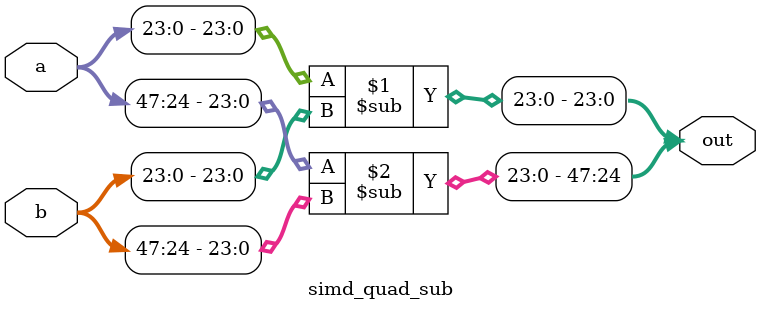
<source format=v>
(* use_dsp = "yes" *)
module simd_quad_sub (input [47:0] a, b, output [47:0] out);
  assign {out[47:24], out[23:0]} 
   = {a[47:24] - b[47:24], a[23:0] - b[23:0]};
endmodule
</source>
